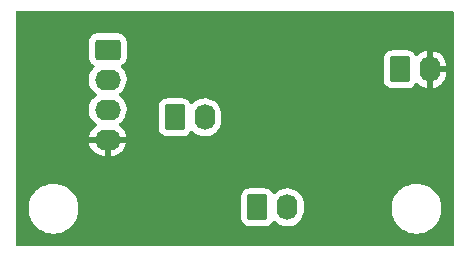
<source format=gbr>
%TF.GenerationSoftware,KiCad,Pcbnew,(6.0.1-0)*%
%TF.CreationDate,2023-07-04T10:19:11-04:00*%
%TF.ProjectId,Second Order Phase Shifter,5365636f-6e64-4204-9f72-646572205068,rev?*%
%TF.SameCoordinates,Original*%
%TF.FileFunction,Copper,L2,Bot*%
%TF.FilePolarity,Positive*%
%FSLAX46Y46*%
G04 Gerber Fmt 4.6, Leading zero omitted, Abs format (unit mm)*
G04 Created by KiCad (PCBNEW (6.0.1-0)) date 2023-07-04 10:19:11*
%MOMM*%
%LPD*%
G01*
G04 APERTURE LIST*
G04 Aperture macros list*
%AMRoundRect*
0 Rectangle with rounded corners*
0 $1 Rounding radius*
0 $2 $3 $4 $5 $6 $7 $8 $9 X,Y pos of 4 corners*
0 Add a 4 corners polygon primitive as box body*
4,1,4,$2,$3,$4,$5,$6,$7,$8,$9,$2,$3,0*
0 Add four circle primitives for the rounded corners*
1,1,$1+$1,$2,$3*
1,1,$1+$1,$4,$5*
1,1,$1+$1,$6,$7*
1,1,$1+$1,$8,$9*
0 Add four rect primitives between the rounded corners*
20,1,$1+$1,$2,$3,$4,$5,0*
20,1,$1+$1,$4,$5,$6,$7,0*
20,1,$1+$1,$6,$7,$8,$9,0*
20,1,$1+$1,$8,$9,$2,$3,0*%
G04 Aperture macros list end*
%TA.AperFunction,ComponentPad*%
%ADD10O,2.190000X1.740000*%
%TD*%
%TA.AperFunction,ComponentPad*%
%ADD11RoundRect,0.250000X-0.845000X0.620000X-0.845000X-0.620000X0.845000X-0.620000X0.845000X0.620000X0*%
%TD*%
%TA.AperFunction,ComponentPad*%
%ADD12RoundRect,0.250000X-0.620000X-0.845000X0.620000X-0.845000X0.620000X0.845000X-0.620000X0.845000X0*%
%TD*%
%TA.AperFunction,ComponentPad*%
%ADD13O,1.740000X2.190000*%
%TD*%
%TA.AperFunction,ViaPad*%
%ADD14C,0.800000*%
%TD*%
G04 APERTURE END LIST*
D10*
%TO.P,J1,4,Pin_4*%
%TO.N,GND*%
X128925000Y-113030000D03*
%TO.P,J1,3,Pin_3*%
%TO.N,/In*%
X128925000Y-110490000D03*
%TO.P,J1,2,Pin_2*%
%TO.N,-15V*%
X128925000Y-107950000D03*
D11*
%TO.P,J1,1,Pin_1*%
%TO.N,+15V*%
X128925000Y-105410000D03*
%TD*%
D12*
%TO.P,R3,1*%
%TO.N,/In*%
X134620000Y-111145000D03*
D13*
%TO.P,R3,2*%
%TO.N,Net-(R3-Pad2)*%
X137160000Y-111145000D03*
%TD*%
%TO.P,R6,2*%
%TO.N,Net-(R6-Pad2)*%
X144145000Y-118765000D03*
D12*
%TO.P,R6,1*%
%TO.N,/AOut*%
X141605000Y-118765000D03*
%TD*%
D13*
%TO.P,J2,2,Pin_2*%
%TO.N,GND*%
X156210000Y-107081000D03*
D12*
%TO.P,J2,1,Pin_1*%
%TO.N,/Out*%
X153670000Y-107081000D03*
%TD*%
D14*
%TO.N,GND*%
X146685000Y-121285000D03*
X140335000Y-113665000D03*
X123190000Y-114935000D03*
X125095000Y-108585000D03*
%TD*%
%TA.AperFunction,Conductor*%
%TO.N,GND*%
G36*
X158184121Y-102128002D02*
G01*
X158230614Y-102181658D01*
X158242000Y-102234000D01*
X158242000Y-121921000D01*
X158221998Y-121989121D01*
X158168342Y-122035614D01*
X158116000Y-122047000D01*
X121284000Y-122047000D01*
X121215879Y-122026998D01*
X121169386Y-121973342D01*
X121158000Y-121921000D01*
X121158000Y-119004703D01*
X122223743Y-119004703D01*
X122261268Y-119289734D01*
X122337129Y-119567036D01*
X122344267Y-119583770D01*
X122425243Y-119773614D01*
X122449923Y-119831476D01*
X122597561Y-120078161D01*
X122777313Y-120302528D01*
X122985851Y-120500423D01*
X123219317Y-120668186D01*
X123223112Y-120670195D01*
X123223113Y-120670196D01*
X123244869Y-120681715D01*
X123473392Y-120802712D01*
X123743373Y-120901511D01*
X124024264Y-120962755D01*
X124052841Y-120965004D01*
X124247282Y-120980307D01*
X124247291Y-120980307D01*
X124249739Y-120980500D01*
X124405271Y-120980500D01*
X124407407Y-120980354D01*
X124407418Y-120980354D01*
X124615548Y-120966165D01*
X124615554Y-120966164D01*
X124619825Y-120965873D01*
X124624020Y-120965004D01*
X124624022Y-120965004D01*
X124760583Y-120936724D01*
X124901342Y-120907574D01*
X125172343Y-120811607D01*
X125427812Y-120679750D01*
X125431313Y-120677289D01*
X125431317Y-120677287D01*
X125545417Y-120597096D01*
X125663023Y-120514441D01*
X125741403Y-120441606D01*
X125870479Y-120321661D01*
X125870481Y-120321658D01*
X125873622Y-120318740D01*
X126055713Y-120096268D01*
X126205927Y-119851142D01*
X126289657Y-119660400D01*
X140226500Y-119660400D01*
X140237474Y-119766166D01*
X140239655Y-119772702D01*
X140239655Y-119772704D01*
X140257945Y-119827524D01*
X140293450Y-119933946D01*
X140386522Y-120084348D01*
X140511697Y-120209305D01*
X140517927Y-120213145D01*
X140517928Y-120213146D01*
X140655090Y-120297694D01*
X140662262Y-120302115D01*
X140702379Y-120315421D01*
X140823611Y-120355632D01*
X140823613Y-120355632D01*
X140830139Y-120357797D01*
X140836975Y-120358497D01*
X140836978Y-120358498D01*
X140880031Y-120362909D01*
X140934600Y-120368500D01*
X142275400Y-120368500D01*
X142278646Y-120368163D01*
X142278650Y-120368163D01*
X142374308Y-120358238D01*
X142374312Y-120358237D01*
X142381166Y-120357526D01*
X142387702Y-120355345D01*
X142387704Y-120355345D01*
X142537181Y-120305475D01*
X142548946Y-120301550D01*
X142699348Y-120208478D01*
X142824305Y-120083303D01*
X142917115Y-119932738D01*
X142919262Y-119934062D01*
X142958312Y-119889710D01*
X143026589Y-119870248D01*
X143094549Y-119890788D01*
X143116761Y-119909272D01*
X143224590Y-120022306D01*
X143224602Y-120022316D01*
X143228276Y-120026168D01*
X143415965Y-120165813D01*
X143420716Y-120168229D01*
X143420720Y-120168231D01*
X143535197Y-120226434D01*
X143624500Y-120271838D01*
X143847917Y-120341210D01*
X143853204Y-120341911D01*
X143853205Y-120341911D01*
X144074545Y-120371248D01*
X144074549Y-120371248D01*
X144079829Y-120371948D01*
X144085158Y-120371748D01*
X144085160Y-120371748D01*
X144196716Y-120367560D01*
X144313604Y-120363172D01*
X144425813Y-120339628D01*
X144537332Y-120316229D01*
X144537335Y-120316228D01*
X144542559Y-120315132D01*
X144760146Y-120229203D01*
X144869860Y-120162627D01*
X144955583Y-120110609D01*
X144955586Y-120110607D01*
X144960144Y-120107841D01*
X145136834Y-119954517D01*
X145285165Y-119773614D01*
X145388643Y-119591830D01*
X145398255Y-119574945D01*
X145398256Y-119574943D01*
X145400896Y-119570305D01*
X145480716Y-119350404D01*
X145487022Y-119315534D01*
X145521605Y-119124281D01*
X145522344Y-119120197D01*
X145523500Y-119095684D01*
X145523500Y-119004703D01*
X152957743Y-119004703D01*
X152995268Y-119289734D01*
X153071129Y-119567036D01*
X153078267Y-119583770D01*
X153159243Y-119773614D01*
X153183923Y-119831476D01*
X153331561Y-120078161D01*
X153511313Y-120302528D01*
X153719851Y-120500423D01*
X153953317Y-120668186D01*
X153957112Y-120670195D01*
X153957113Y-120670196D01*
X153978869Y-120681715D01*
X154207392Y-120802712D01*
X154477373Y-120901511D01*
X154758264Y-120962755D01*
X154786841Y-120965004D01*
X154981282Y-120980307D01*
X154981291Y-120980307D01*
X154983739Y-120980500D01*
X155139271Y-120980500D01*
X155141407Y-120980354D01*
X155141418Y-120980354D01*
X155349548Y-120966165D01*
X155349554Y-120966164D01*
X155353825Y-120965873D01*
X155358020Y-120965004D01*
X155358022Y-120965004D01*
X155494583Y-120936724D01*
X155635342Y-120907574D01*
X155906343Y-120811607D01*
X156161812Y-120679750D01*
X156165313Y-120677289D01*
X156165317Y-120677287D01*
X156279417Y-120597096D01*
X156397023Y-120514441D01*
X156475403Y-120441606D01*
X156604479Y-120321661D01*
X156604481Y-120321658D01*
X156607622Y-120318740D01*
X156789713Y-120096268D01*
X156939927Y-119851142D01*
X157055483Y-119587898D01*
X157061925Y-119565285D01*
X157094863Y-119449652D01*
X157134244Y-119311406D01*
X157174751Y-119026784D01*
X157174845Y-119008951D01*
X157176235Y-118743583D01*
X157176235Y-118743576D01*
X157176257Y-118739297D01*
X157138732Y-118454266D01*
X157062871Y-118176964D01*
X157021708Y-118080460D01*
X156951763Y-117916476D01*
X156951761Y-117916472D01*
X156950077Y-117912524D01*
X156802439Y-117665839D01*
X156622687Y-117441472D01*
X156496286Y-117321522D01*
X156417258Y-117246527D01*
X156417255Y-117246525D01*
X156414149Y-117243577D01*
X156180683Y-117075814D01*
X156158843Y-117064250D01*
X156135654Y-117051972D01*
X155926608Y-116941288D01*
X155656627Y-116842489D01*
X155375736Y-116781245D01*
X155344685Y-116778801D01*
X155152718Y-116763693D01*
X155152709Y-116763693D01*
X155150261Y-116763500D01*
X154994729Y-116763500D01*
X154992593Y-116763646D01*
X154992582Y-116763646D01*
X154784452Y-116777835D01*
X154784446Y-116777836D01*
X154780175Y-116778127D01*
X154775980Y-116778996D01*
X154775978Y-116778996D01*
X154639416Y-116807277D01*
X154498658Y-116836426D01*
X154227657Y-116932393D01*
X153972188Y-117064250D01*
X153968687Y-117066711D01*
X153968683Y-117066713D01*
X153958594Y-117073804D01*
X153736977Y-117229559D01*
X153662427Y-117298835D01*
X153532694Y-117419391D01*
X153526378Y-117425260D01*
X153344287Y-117647732D01*
X153194073Y-117892858D01*
X153192347Y-117896791D01*
X153192346Y-117896792D01*
X153109452Y-118085629D01*
X153078517Y-118156102D01*
X152999756Y-118432594D01*
X152959249Y-118717216D01*
X152959227Y-118721505D01*
X152959226Y-118721512D01*
X152957765Y-119000417D01*
X152957743Y-119004703D01*
X145523500Y-119004703D01*
X145523500Y-118481262D01*
X145508705Y-118306898D01*
X145473956Y-118173016D01*
X145451275Y-118085629D01*
X145451274Y-118085625D01*
X145449933Y-118080460D01*
X145353850Y-117867163D01*
X145223202Y-117673104D01*
X145061724Y-117503832D01*
X144874035Y-117364187D01*
X144869284Y-117361771D01*
X144869280Y-117361769D01*
X144670256Y-117260580D01*
X144670255Y-117260580D01*
X144665500Y-117258162D01*
X144442083Y-117188790D01*
X144436796Y-117188089D01*
X144436795Y-117188089D01*
X144215455Y-117158752D01*
X144215451Y-117158752D01*
X144210171Y-117158052D01*
X144204842Y-117158252D01*
X144204840Y-117158252D01*
X144109346Y-117161837D01*
X143976396Y-117166828D01*
X143892411Y-117184450D01*
X143752668Y-117213771D01*
X143752665Y-117213772D01*
X143747441Y-117214868D01*
X143529854Y-117300797D01*
X143525290Y-117303566D01*
X143525291Y-117303566D01*
X143334417Y-117419391D01*
X143334414Y-117419393D01*
X143329856Y-117422159D01*
X143153166Y-117575483D01*
X143135309Y-117597262D01*
X143122593Y-117612770D01*
X143063933Y-117652764D01*
X142992962Y-117654695D01*
X142932214Y-117617950D01*
X142917267Y-117595610D01*
X142916550Y-117596054D01*
X142827332Y-117451880D01*
X142823478Y-117445652D01*
X142698303Y-117320695D01*
X142600779Y-117260580D01*
X142553968Y-117231725D01*
X142553966Y-117231724D01*
X142547738Y-117227885D01*
X142387254Y-117174655D01*
X142386389Y-117174368D01*
X142386387Y-117174368D01*
X142379861Y-117172203D01*
X142373025Y-117171503D01*
X142373022Y-117171502D01*
X142325449Y-117166628D01*
X142275400Y-117161500D01*
X140934600Y-117161500D01*
X140931354Y-117161837D01*
X140931350Y-117161837D01*
X140835692Y-117171762D01*
X140835688Y-117171763D01*
X140828834Y-117172474D01*
X140822298Y-117174655D01*
X140822296Y-117174655D01*
X140782030Y-117188089D01*
X140661054Y-117228450D01*
X140510652Y-117321522D01*
X140385695Y-117446697D01*
X140381855Y-117452927D01*
X140381854Y-117452928D01*
X140303767Y-117579609D01*
X140292885Y-117597262D01*
X140237203Y-117765139D01*
X140226500Y-117869600D01*
X140226500Y-119660400D01*
X126289657Y-119660400D01*
X126321483Y-119587898D01*
X126327925Y-119565285D01*
X126360863Y-119449652D01*
X126400244Y-119311406D01*
X126440751Y-119026784D01*
X126440845Y-119008951D01*
X126442235Y-118743583D01*
X126442235Y-118743576D01*
X126442257Y-118739297D01*
X126404732Y-118454266D01*
X126328871Y-118176964D01*
X126287708Y-118080460D01*
X126217763Y-117916476D01*
X126217761Y-117916472D01*
X126216077Y-117912524D01*
X126068439Y-117665839D01*
X125888687Y-117441472D01*
X125762286Y-117321522D01*
X125683258Y-117246527D01*
X125683255Y-117246525D01*
X125680149Y-117243577D01*
X125446683Y-117075814D01*
X125424843Y-117064250D01*
X125401654Y-117051972D01*
X125192608Y-116941288D01*
X124922627Y-116842489D01*
X124641736Y-116781245D01*
X124610685Y-116778801D01*
X124418718Y-116763693D01*
X124418709Y-116763693D01*
X124416261Y-116763500D01*
X124260729Y-116763500D01*
X124258593Y-116763646D01*
X124258582Y-116763646D01*
X124050452Y-116777835D01*
X124050446Y-116777836D01*
X124046175Y-116778127D01*
X124041980Y-116778996D01*
X124041978Y-116778996D01*
X123905416Y-116807277D01*
X123764658Y-116836426D01*
X123493657Y-116932393D01*
X123238188Y-117064250D01*
X123234687Y-117066711D01*
X123234683Y-117066713D01*
X123224594Y-117073804D01*
X123002977Y-117229559D01*
X122928427Y-117298835D01*
X122798694Y-117419391D01*
X122792378Y-117425260D01*
X122610287Y-117647732D01*
X122460073Y-117892858D01*
X122458347Y-117896791D01*
X122458346Y-117896792D01*
X122375452Y-118085629D01*
X122344517Y-118156102D01*
X122265756Y-118432594D01*
X122225249Y-118717216D01*
X122225227Y-118721505D01*
X122225226Y-118721512D01*
X122223765Y-119000417D01*
X122223743Y-119004703D01*
X121158000Y-119004703D01*
X121158000Y-113298580D01*
X127348317Y-113298580D01*
X127374252Y-113422188D01*
X127377312Y-113432384D01*
X127459284Y-113639952D01*
X127464018Y-113649489D01*
X127579796Y-113840285D01*
X127586062Y-113848878D01*
X127732333Y-114017441D01*
X127739964Y-114024861D01*
X127912542Y-114166368D01*
X127921309Y-114172393D01*
X128115262Y-114282797D01*
X128124926Y-114287262D01*
X128334711Y-114363410D01*
X128344979Y-114366181D01*
X128565766Y-114406106D01*
X128573995Y-114407039D01*
X128592874Y-114407930D01*
X128595849Y-114408000D01*
X128652885Y-114408000D01*
X128668124Y-114403525D01*
X128669329Y-114402135D01*
X128671000Y-114394452D01*
X128671000Y-114389885D01*
X129179000Y-114389885D01*
X129183475Y-114405124D01*
X129184865Y-114406329D01*
X129192548Y-114408000D01*
X129206054Y-114408000D01*
X129211363Y-114407775D01*
X129377707Y-114393661D01*
X129388179Y-114391871D01*
X129604202Y-114335802D01*
X129614242Y-114332266D01*
X129817732Y-114240601D01*
X129827018Y-114235432D01*
X130012155Y-114110790D01*
X130020441Y-114104129D01*
X130181930Y-113950076D01*
X130188979Y-113942108D01*
X130322203Y-113763048D01*
X130327802Y-113754018D01*
X130428953Y-113555069D01*
X130432956Y-113545208D01*
X130499138Y-113332071D01*
X130501420Y-113321691D01*
X130504036Y-113301957D01*
X130501840Y-113287793D01*
X130488655Y-113284000D01*
X129197115Y-113284000D01*
X129181876Y-113288475D01*
X129180671Y-113289865D01*
X129179000Y-113297548D01*
X129179000Y-114389885D01*
X128671000Y-114389885D01*
X128671000Y-113302115D01*
X128666525Y-113286876D01*
X128665135Y-113285671D01*
X128657452Y-113284000D01*
X127363373Y-113284000D01*
X127349842Y-113287973D01*
X127348317Y-113298580D01*
X121158000Y-113298580D01*
X121158000Y-110424829D01*
X127318052Y-110424829D01*
X127326828Y-110658604D01*
X127374868Y-110887559D01*
X127460797Y-111105146D01*
X127582159Y-111305144D01*
X127735483Y-111481834D01*
X127916386Y-111630165D01*
X127921022Y-111632804D01*
X127921025Y-111632806D01*
X127954001Y-111651577D01*
X128003307Y-111702659D01*
X128017169Y-111772289D01*
X127991186Y-111838360D01*
X127962036Y-111865599D01*
X127837845Y-111949210D01*
X127829559Y-111955871D01*
X127668070Y-112109924D01*
X127661021Y-112117892D01*
X127527797Y-112296952D01*
X127522198Y-112305982D01*
X127421047Y-112504931D01*
X127417044Y-112514792D01*
X127350862Y-112727929D01*
X127348580Y-112738309D01*
X127345964Y-112758043D01*
X127348160Y-112772207D01*
X127361345Y-112776000D01*
X130486627Y-112776000D01*
X130500158Y-112772027D01*
X130501683Y-112761420D01*
X130475748Y-112637812D01*
X130472688Y-112627616D01*
X130390716Y-112420048D01*
X130385982Y-112410511D01*
X130270204Y-112219715D01*
X130263938Y-112211122D01*
X130117667Y-112042559D01*
X130115447Y-112040400D01*
X133241500Y-112040400D01*
X133241837Y-112043646D01*
X133241837Y-112043650D01*
X133248714Y-112109924D01*
X133252474Y-112146166D01*
X133254655Y-112152702D01*
X133254655Y-112152704D01*
X133274145Y-112211122D01*
X133308450Y-112313946D01*
X133401522Y-112464348D01*
X133526697Y-112589305D01*
X133532927Y-112593145D01*
X133532928Y-112593146D01*
X133670090Y-112677694D01*
X133677262Y-112682115D01*
X133719815Y-112696229D01*
X133838611Y-112735632D01*
X133838613Y-112735632D01*
X133845139Y-112737797D01*
X133851975Y-112738497D01*
X133851978Y-112738498D01*
X133895031Y-112742909D01*
X133949600Y-112748500D01*
X135290400Y-112748500D01*
X135293646Y-112748163D01*
X135293650Y-112748163D01*
X135389308Y-112738238D01*
X135389312Y-112738237D01*
X135396166Y-112737526D01*
X135402702Y-112735345D01*
X135402704Y-112735345D01*
X135534806Y-112691272D01*
X135563946Y-112681550D01*
X135714348Y-112588478D01*
X135839305Y-112463303D01*
X135932115Y-112312738D01*
X135934262Y-112314062D01*
X135973312Y-112269710D01*
X136041589Y-112250248D01*
X136109549Y-112270788D01*
X136131761Y-112289272D01*
X136239590Y-112402306D01*
X136239602Y-112402316D01*
X136243276Y-112406168D01*
X136430965Y-112545813D01*
X136435716Y-112548229D01*
X136435720Y-112548231D01*
X136550197Y-112606434D01*
X136639500Y-112651838D01*
X136862917Y-112721210D01*
X136868204Y-112721911D01*
X136868205Y-112721911D01*
X137089545Y-112751248D01*
X137089549Y-112751248D01*
X137094829Y-112751948D01*
X137100158Y-112751748D01*
X137100160Y-112751748D01*
X137211717Y-112747560D01*
X137328604Y-112743172D01*
X137440813Y-112719628D01*
X137552332Y-112696229D01*
X137552335Y-112696228D01*
X137557559Y-112695132D01*
X137775146Y-112609203D01*
X137884860Y-112542627D01*
X137970583Y-112490609D01*
X137970586Y-112490607D01*
X137975144Y-112487841D01*
X138151834Y-112334517D01*
X138300165Y-112153614D01*
X138415896Y-111950305D01*
X138495716Y-111730404D01*
X138537344Y-111500197D01*
X138538051Y-111485222D01*
X138538430Y-111477172D01*
X138538430Y-111477165D01*
X138538500Y-111475684D01*
X138538500Y-110861262D01*
X138523705Y-110686898D01*
X138517716Y-110663822D01*
X138466275Y-110465629D01*
X138466274Y-110465625D01*
X138464933Y-110460460D01*
X138448883Y-110424829D01*
X138371045Y-110252036D01*
X138368850Y-110247163D01*
X138238202Y-110053104D01*
X138076724Y-109883832D01*
X137889035Y-109744187D01*
X137884284Y-109741771D01*
X137884280Y-109741769D01*
X137685256Y-109640580D01*
X137685255Y-109640580D01*
X137680500Y-109638162D01*
X137457083Y-109568790D01*
X137451796Y-109568089D01*
X137451795Y-109568089D01*
X137230455Y-109538752D01*
X137230451Y-109538752D01*
X137225171Y-109538052D01*
X137219842Y-109538252D01*
X137219840Y-109538252D01*
X137124346Y-109541837D01*
X136991396Y-109546828D01*
X136907411Y-109564450D01*
X136767668Y-109593771D01*
X136767665Y-109593772D01*
X136762441Y-109594868D01*
X136544854Y-109680797D01*
X136540290Y-109683566D01*
X136540291Y-109683566D01*
X136349417Y-109799391D01*
X136349414Y-109799393D01*
X136344856Y-109802159D01*
X136168166Y-109955483D01*
X136150309Y-109977262D01*
X136137593Y-109992770D01*
X136078933Y-110032764D01*
X136007962Y-110034695D01*
X135947214Y-109997950D01*
X135932267Y-109975610D01*
X135931550Y-109976054D01*
X135842332Y-109831880D01*
X135838478Y-109825652D01*
X135713303Y-109700695D01*
X135671385Y-109674856D01*
X135568968Y-109611725D01*
X135568966Y-109611724D01*
X135562738Y-109607885D01*
X135471292Y-109577554D01*
X135401389Y-109554368D01*
X135401387Y-109554368D01*
X135394861Y-109552203D01*
X135388025Y-109551503D01*
X135388022Y-109551502D01*
X135340449Y-109546628D01*
X135290400Y-109541500D01*
X133949600Y-109541500D01*
X133946354Y-109541837D01*
X133946350Y-109541837D01*
X133850692Y-109551762D01*
X133850688Y-109551763D01*
X133843834Y-109552474D01*
X133837298Y-109554655D01*
X133837296Y-109554655D01*
X133797030Y-109568089D01*
X133676054Y-109608450D01*
X133525652Y-109701522D01*
X133400695Y-109826697D01*
X133396855Y-109832927D01*
X133396854Y-109832928D01*
X133312670Y-109969500D01*
X133307885Y-109977262D01*
X133305581Y-109984209D01*
X133271331Y-110087471D01*
X133252203Y-110145139D01*
X133241500Y-110249600D01*
X133241500Y-112040400D01*
X130115447Y-112040400D01*
X130110036Y-112035139D01*
X129937458Y-111893632D01*
X129928691Y-111887607D01*
X129896022Y-111869011D01*
X129846715Y-111817929D01*
X129832854Y-111748298D01*
X129858837Y-111682227D01*
X129887987Y-111654989D01*
X129954601Y-111610142D01*
X130016896Y-111568202D01*
X130186168Y-111406724D01*
X130325813Y-111219035D01*
X130381398Y-111109709D01*
X130429420Y-111015256D01*
X130429420Y-111015255D01*
X130431838Y-111010500D01*
X130501210Y-110787083D01*
X130518239Y-110658604D01*
X130531248Y-110560455D01*
X130531248Y-110560451D01*
X130531948Y-110555171D01*
X130523172Y-110321396D01*
X130486189Y-110145139D01*
X130476229Y-110097668D01*
X130476228Y-110097665D01*
X130475132Y-110092441D01*
X130389203Y-109874854D01*
X130317495Y-109756683D01*
X130270609Y-109679417D01*
X130270607Y-109679414D01*
X130267841Y-109674856D01*
X130114517Y-109498166D01*
X129933614Y-109349835D01*
X129928984Y-109347199D01*
X129928979Y-109347196D01*
X129896484Y-109328699D01*
X129847178Y-109277616D01*
X129833317Y-109207985D01*
X129859301Y-109141915D01*
X129888450Y-109114677D01*
X129929885Y-109086781D01*
X130016896Y-109028202D01*
X130186168Y-108866724D01*
X130325813Y-108679035D01*
X130328477Y-108673797D01*
X130429420Y-108475256D01*
X130429420Y-108475255D01*
X130431838Y-108470500D01*
X130501210Y-108247083D01*
X130501911Y-108241795D01*
X130531248Y-108020455D01*
X130531248Y-108020451D01*
X130531948Y-108015171D01*
X130530493Y-107976400D01*
X152291500Y-107976400D01*
X152291837Y-107979646D01*
X152291837Y-107979650D01*
X152295523Y-108015171D01*
X152302474Y-108082166D01*
X152304655Y-108088702D01*
X152304655Y-108088704D01*
X152337036Y-108185761D01*
X152358450Y-108249946D01*
X152451522Y-108400348D01*
X152576697Y-108525305D01*
X152582927Y-108529145D01*
X152582928Y-108529146D01*
X152720090Y-108613694D01*
X152727262Y-108618115D01*
X152801164Y-108642627D01*
X152888611Y-108671632D01*
X152888613Y-108671632D01*
X152895139Y-108673797D01*
X152901975Y-108674497D01*
X152901978Y-108674498D01*
X152945031Y-108678909D01*
X152999600Y-108684500D01*
X154340400Y-108684500D01*
X154343646Y-108684163D01*
X154343650Y-108684163D01*
X154439308Y-108674238D01*
X154439312Y-108674237D01*
X154446166Y-108673526D01*
X154452702Y-108671345D01*
X154452704Y-108671345D01*
X154584806Y-108627272D01*
X154613946Y-108617550D01*
X154764348Y-108524478D01*
X154889305Y-108399303D01*
X154966749Y-108273667D01*
X154982115Y-108248738D01*
X154984132Y-108249982D01*
X155023537Y-108205225D01*
X155091813Y-108185761D01*
X155159774Y-108206300D01*
X155181989Y-108224785D01*
X155289924Y-108337930D01*
X155297892Y-108344979D01*
X155476952Y-108478203D01*
X155485982Y-108483802D01*
X155684931Y-108584953D01*
X155694792Y-108588956D01*
X155907929Y-108655138D01*
X155918309Y-108657420D01*
X155938043Y-108660036D01*
X155952207Y-108657840D01*
X155956000Y-108644655D01*
X155956000Y-108642627D01*
X156464000Y-108642627D01*
X156467973Y-108656158D01*
X156478580Y-108657683D01*
X156602188Y-108631748D01*
X156612384Y-108628688D01*
X156819952Y-108546716D01*
X156829489Y-108541982D01*
X157020285Y-108426204D01*
X157028878Y-108419938D01*
X157197441Y-108273667D01*
X157204861Y-108266036D01*
X157346368Y-108093458D01*
X157352393Y-108084691D01*
X157462797Y-107890738D01*
X157467262Y-107881074D01*
X157543410Y-107671289D01*
X157546181Y-107661021D01*
X157586106Y-107440234D01*
X157587039Y-107432005D01*
X157587930Y-107413126D01*
X157588000Y-107410151D01*
X157588000Y-107353115D01*
X157583525Y-107337876D01*
X157582135Y-107336671D01*
X157574452Y-107335000D01*
X156482115Y-107335000D01*
X156466876Y-107339475D01*
X156465671Y-107340865D01*
X156464000Y-107348548D01*
X156464000Y-108642627D01*
X155956000Y-108642627D01*
X155956000Y-106808885D01*
X156464000Y-106808885D01*
X156468475Y-106824124D01*
X156469865Y-106825329D01*
X156477548Y-106827000D01*
X157569885Y-106827000D01*
X157585124Y-106822525D01*
X157586329Y-106821135D01*
X157588000Y-106813452D01*
X157588000Y-106799946D01*
X157587775Y-106794637D01*
X157573661Y-106628293D01*
X157571871Y-106617821D01*
X157515802Y-106401798D01*
X157512266Y-106391758D01*
X157420601Y-106188268D01*
X157415432Y-106178982D01*
X157290790Y-105993845D01*
X157284129Y-105985559D01*
X157130076Y-105824070D01*
X157122108Y-105817021D01*
X156943048Y-105683797D01*
X156934018Y-105678198D01*
X156735069Y-105577047D01*
X156725208Y-105573044D01*
X156512071Y-105506862D01*
X156501691Y-105504580D01*
X156481957Y-105501964D01*
X156467793Y-105504160D01*
X156464000Y-105517345D01*
X156464000Y-106808885D01*
X155956000Y-106808885D01*
X155956000Y-105519373D01*
X155952027Y-105505842D01*
X155941420Y-105504317D01*
X155817812Y-105530252D01*
X155807616Y-105533312D01*
X155600048Y-105615284D01*
X155590511Y-105620018D01*
X155399715Y-105735796D01*
X155391122Y-105742062D01*
X155222559Y-105888333D01*
X155215138Y-105895965D01*
X155187827Y-105929272D01*
X155129167Y-105969266D01*
X155058197Y-105971197D01*
X154997449Y-105934452D01*
X154982196Y-105911654D01*
X154981550Y-105912054D01*
X154892332Y-105767880D01*
X154888478Y-105761652D01*
X154763303Y-105636695D01*
X154728568Y-105615284D01*
X154618968Y-105547725D01*
X154618966Y-105547724D01*
X154612738Y-105543885D01*
X154532722Y-105517345D01*
X154451389Y-105490368D01*
X154451387Y-105490368D01*
X154444861Y-105488203D01*
X154438025Y-105487503D01*
X154438022Y-105487502D01*
X154394969Y-105483091D01*
X154340400Y-105477500D01*
X152999600Y-105477500D01*
X152996354Y-105477837D01*
X152996350Y-105477837D01*
X152900692Y-105487762D01*
X152900688Y-105487763D01*
X152893834Y-105488474D01*
X152887298Y-105490655D01*
X152887296Y-105490655D01*
X152768610Y-105530252D01*
X152726054Y-105544450D01*
X152575652Y-105637522D01*
X152450695Y-105762697D01*
X152446855Y-105768927D01*
X152446854Y-105768928D01*
X152373252Y-105888333D01*
X152357885Y-105913262D01*
X152302203Y-106081139D01*
X152291500Y-106185600D01*
X152291500Y-107976400D01*
X130530493Y-107976400D01*
X130523172Y-107781396D01*
X130475132Y-107552441D01*
X130389203Y-107334854D01*
X130267841Y-107134856D01*
X130114517Y-106958166D01*
X130077229Y-106927592D01*
X130037236Y-106868933D01*
X130035305Y-106797962D01*
X130072050Y-106737214D01*
X130094390Y-106722267D01*
X130093946Y-106721550D01*
X130238120Y-106632332D01*
X130244348Y-106628478D01*
X130369305Y-106503303D01*
X130462115Y-106352738D01*
X130517797Y-106184861D01*
X130528500Y-106080400D01*
X130528500Y-104739600D01*
X130517526Y-104633834D01*
X130461550Y-104466054D01*
X130368478Y-104315652D01*
X130243303Y-104190695D01*
X130237072Y-104186854D01*
X130098968Y-104101725D01*
X130098966Y-104101724D01*
X130092738Y-104097885D01*
X129932254Y-104044655D01*
X129931389Y-104044368D01*
X129931387Y-104044368D01*
X129924861Y-104042203D01*
X129918025Y-104041503D01*
X129918022Y-104041502D01*
X129874969Y-104037091D01*
X129820400Y-104031500D01*
X128029600Y-104031500D01*
X128026354Y-104031837D01*
X128026350Y-104031837D01*
X127930692Y-104041762D01*
X127930688Y-104041763D01*
X127923834Y-104042474D01*
X127917298Y-104044655D01*
X127917296Y-104044655D01*
X127785194Y-104088728D01*
X127756054Y-104098450D01*
X127605652Y-104191522D01*
X127480695Y-104316697D01*
X127387885Y-104467262D01*
X127332203Y-104635139D01*
X127321500Y-104739600D01*
X127321500Y-106080400D01*
X127321837Y-106083646D01*
X127321837Y-106083650D01*
X127331729Y-106178982D01*
X127332474Y-106186166D01*
X127388450Y-106353946D01*
X127481522Y-106504348D01*
X127606697Y-106629305D01*
X127612927Y-106633145D01*
X127612928Y-106633146D01*
X127757262Y-106722115D01*
X127755938Y-106724262D01*
X127800290Y-106763312D01*
X127819752Y-106831589D01*
X127799212Y-106899549D01*
X127780728Y-106921761D01*
X127667694Y-107029590D01*
X127667684Y-107029602D01*
X127663832Y-107033276D01*
X127524187Y-107220965D01*
X127521771Y-107225716D01*
X127521769Y-107225720D01*
X127426487Y-107413126D01*
X127418162Y-107429500D01*
X127348790Y-107652917D01*
X127348089Y-107658204D01*
X127348089Y-107658205D01*
X127331055Y-107786727D01*
X127318052Y-107884829D01*
X127326828Y-108118604D01*
X127327923Y-108123822D01*
X127372848Y-108337930D01*
X127374868Y-108347559D01*
X127460797Y-108565146D01*
X127463566Y-108569709D01*
X127527154Y-108674498D01*
X127582159Y-108765144D01*
X127735483Y-108941834D01*
X127916386Y-109090165D01*
X127921016Y-109092801D01*
X127921021Y-109092804D01*
X127953516Y-109111301D01*
X128002822Y-109162384D01*
X128016683Y-109232015D01*
X127990699Y-109298085D01*
X127961550Y-109325323D01*
X127929061Y-109347196D01*
X127833104Y-109411798D01*
X127663832Y-109573276D01*
X127660649Y-109577554D01*
X127639796Y-109605581D01*
X127524187Y-109760965D01*
X127521771Y-109765716D01*
X127521769Y-109765720D01*
X127463756Y-109879823D01*
X127418162Y-109969500D01*
X127348790Y-110192917D01*
X127348089Y-110198204D01*
X127348089Y-110198205D01*
X127331055Y-110326727D01*
X127318052Y-110424829D01*
X121158000Y-110424829D01*
X121158000Y-102234000D01*
X121178002Y-102165879D01*
X121231658Y-102119386D01*
X121284000Y-102108000D01*
X158116000Y-102108000D01*
X158184121Y-102128002D01*
G37*
%TD.AperFunction*%
%TD*%
M02*

</source>
